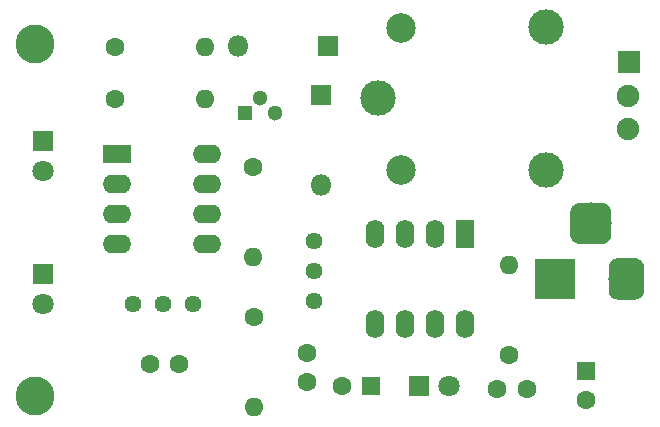
<source format=gbr>
G04 #@! TF.GenerationSoftware,KiCad,Pcbnew,(5.1.4)-1*
G04 #@! TF.CreationDate,2020-05-23T20:06:20+05:30*
G04 #@! TF.ProjectId,v1.0,76312e30-2e6b-4696-9361-645f70636258,rev?*
G04 #@! TF.SameCoordinates,Original*
G04 #@! TF.FileFunction,Copper,L1,Top*
G04 #@! TF.FilePolarity,Positive*
%FSLAX46Y46*%
G04 Gerber Fmt 4.6, Leading zero omitted, Abs format (unit mm)*
G04 Created by KiCad (PCBNEW (5.1.4)-1) date 2020-05-23 20:06:20*
%MOMM*%
%LPD*%
G04 APERTURE LIST*
%ADD10O,1.900000X1.900000*%
%ADD11R,1.900000X1.900000*%
%ADD12R,1.300000X1.300000*%
%ADD13C,1.300000*%
%ADD14C,0.100000*%
%ADD15C,3.500000*%
%ADD16C,3.000000*%
%ADD17R,3.500000X3.500000*%
%ADD18C,1.800000*%
%ADD19R,1.800000X1.800000*%
%ADD20C,2.500000*%
%ADD21C,1.600000*%
%ADD22R,1.600000X1.600000*%
%ADD23O,1.800000X1.800000*%
%ADD24O,1.600000X1.600000*%
%ADD25C,1.440000*%
%ADD26O,2.400000X1.600000*%
%ADD27R,2.400000X1.600000*%
%ADD28R,1.600000X2.400000*%
%ADD29O,1.600000X2.400000*%
%ADD30C,3.300000*%
G04 APERTURE END LIST*
D10*
X139407300Y-126409400D03*
X139407300Y-123602700D03*
D11*
X139458100Y-120707100D03*
D12*
X106970000Y-125040000D03*
D13*
X109510000Y-125040000D03*
X108240000Y-123770000D03*
D14*
G36*
X137220765Y-132644213D02*
G01*
X137305704Y-132656813D01*
X137388999Y-132677677D01*
X137469848Y-132706605D01*
X137547472Y-132743319D01*
X137621124Y-132787464D01*
X137690094Y-132838616D01*
X137753718Y-132896282D01*
X137811384Y-132959906D01*
X137862536Y-133028876D01*
X137906681Y-133102528D01*
X137943395Y-133180152D01*
X137972323Y-133261001D01*
X137993187Y-133344296D01*
X138005787Y-133429235D01*
X138010000Y-133515000D01*
X138010000Y-135265000D01*
X138005787Y-135350765D01*
X137993187Y-135435704D01*
X137972323Y-135518999D01*
X137943395Y-135599848D01*
X137906681Y-135677472D01*
X137862536Y-135751124D01*
X137811384Y-135820094D01*
X137753718Y-135883718D01*
X137690094Y-135941384D01*
X137621124Y-135992536D01*
X137547472Y-136036681D01*
X137469848Y-136073395D01*
X137388999Y-136102323D01*
X137305704Y-136123187D01*
X137220765Y-136135787D01*
X137135000Y-136140000D01*
X135385000Y-136140000D01*
X135299235Y-136135787D01*
X135214296Y-136123187D01*
X135131001Y-136102323D01*
X135050152Y-136073395D01*
X134972528Y-136036681D01*
X134898876Y-135992536D01*
X134829906Y-135941384D01*
X134766282Y-135883718D01*
X134708616Y-135820094D01*
X134657464Y-135751124D01*
X134613319Y-135677472D01*
X134576605Y-135599848D01*
X134547677Y-135518999D01*
X134526813Y-135435704D01*
X134514213Y-135350765D01*
X134510000Y-135265000D01*
X134510000Y-133515000D01*
X134514213Y-133429235D01*
X134526813Y-133344296D01*
X134547677Y-133261001D01*
X134576605Y-133180152D01*
X134613319Y-133102528D01*
X134657464Y-133028876D01*
X134708616Y-132959906D01*
X134766282Y-132896282D01*
X134829906Y-132838616D01*
X134898876Y-132787464D01*
X134972528Y-132743319D01*
X135050152Y-132706605D01*
X135131001Y-132677677D01*
X135214296Y-132656813D01*
X135299235Y-132644213D01*
X135385000Y-132640000D01*
X137135000Y-132640000D01*
X137220765Y-132644213D01*
X137220765Y-132644213D01*
G37*
D15*
X136260000Y-134390000D03*
D14*
G36*
X140083513Y-137343611D02*
G01*
X140156318Y-137354411D01*
X140227714Y-137372295D01*
X140297013Y-137397090D01*
X140363548Y-137428559D01*
X140426678Y-137466398D01*
X140485795Y-137510242D01*
X140540330Y-137559670D01*
X140589758Y-137614205D01*
X140633602Y-137673322D01*
X140671441Y-137736452D01*
X140702910Y-137802987D01*
X140727705Y-137872286D01*
X140745589Y-137943682D01*
X140756389Y-138016487D01*
X140760000Y-138090000D01*
X140760000Y-140090000D01*
X140756389Y-140163513D01*
X140745589Y-140236318D01*
X140727705Y-140307714D01*
X140702910Y-140377013D01*
X140671441Y-140443548D01*
X140633602Y-140506678D01*
X140589758Y-140565795D01*
X140540330Y-140620330D01*
X140485795Y-140669758D01*
X140426678Y-140713602D01*
X140363548Y-140751441D01*
X140297013Y-140782910D01*
X140227714Y-140807705D01*
X140156318Y-140825589D01*
X140083513Y-140836389D01*
X140010000Y-140840000D01*
X138510000Y-140840000D01*
X138436487Y-140836389D01*
X138363682Y-140825589D01*
X138292286Y-140807705D01*
X138222987Y-140782910D01*
X138156452Y-140751441D01*
X138093322Y-140713602D01*
X138034205Y-140669758D01*
X137979670Y-140620330D01*
X137930242Y-140565795D01*
X137886398Y-140506678D01*
X137848559Y-140443548D01*
X137817090Y-140377013D01*
X137792295Y-140307714D01*
X137774411Y-140236318D01*
X137763611Y-140163513D01*
X137760000Y-140090000D01*
X137760000Y-138090000D01*
X137763611Y-138016487D01*
X137774411Y-137943682D01*
X137792295Y-137872286D01*
X137817090Y-137802987D01*
X137848559Y-137736452D01*
X137886398Y-137673322D01*
X137930242Y-137614205D01*
X137979670Y-137559670D01*
X138034205Y-137510242D01*
X138093322Y-137466398D01*
X138156452Y-137428559D01*
X138222987Y-137397090D01*
X138292286Y-137372295D01*
X138363682Y-137354411D01*
X138436487Y-137343611D01*
X138510000Y-137340000D01*
X140010000Y-137340000D01*
X140083513Y-137343611D01*
X140083513Y-137343611D01*
G37*
D16*
X139260000Y-139090000D03*
D17*
X133260000Y-139090000D03*
D18*
X89840000Y-129960000D03*
D19*
X89840000Y-127420000D03*
D18*
X89840000Y-141210000D03*
D19*
X89840000Y-138670000D03*
D16*
X118280000Y-123790000D03*
D20*
X120230000Y-117840000D03*
D16*
X132480000Y-117790000D03*
X132430000Y-129840000D03*
D20*
X120230000Y-129840000D03*
D21*
X135820000Y-149350000D03*
D22*
X135820000Y-146850000D03*
D21*
X130860000Y-148390000D03*
X128360000Y-148390000D03*
X112220000Y-145360000D03*
X112220000Y-147860000D03*
X98920000Y-146260000D03*
X101420000Y-146260000D03*
D22*
X117690000Y-148150000D03*
D21*
X115190000Y-148150000D03*
D19*
X121730000Y-148150000D03*
D18*
X124270000Y-148150000D03*
D19*
X113420000Y-123500000D03*
D23*
X113420000Y-131120000D03*
X106370000Y-119390000D03*
D19*
X113990000Y-119390000D03*
D21*
X107740000Y-142350000D03*
D24*
X107740000Y-149970000D03*
X103630000Y-123870000D03*
D21*
X96010000Y-123870000D03*
D24*
X103600000Y-119480000D03*
D21*
X95980000Y-119480000D03*
X107700000Y-129610000D03*
D24*
X107700000Y-137230000D03*
X129320000Y-137920000D03*
D21*
X129320000Y-145540000D03*
D25*
X97490000Y-141180000D03*
X100030000Y-141180000D03*
X102570000Y-141180000D03*
X112810000Y-135860000D03*
X112810000Y-138400000D03*
X112810000Y-140940000D03*
D26*
X103730000Y-128560000D03*
X96110000Y-136180000D03*
X103730000Y-131100000D03*
X96110000Y-133640000D03*
X103730000Y-133640000D03*
X96110000Y-131100000D03*
X103730000Y-136180000D03*
D27*
X96110000Y-128560000D03*
D28*
X125600000Y-135250000D03*
D29*
X117980000Y-142870000D03*
X123060000Y-135250000D03*
X120520000Y-142870000D03*
X120520000Y-135250000D03*
X123060000Y-142870000D03*
X117980000Y-135250000D03*
X125600000Y-142870000D03*
D30*
X89220000Y-119200000D03*
X89220000Y-148970000D03*
M02*

</source>
